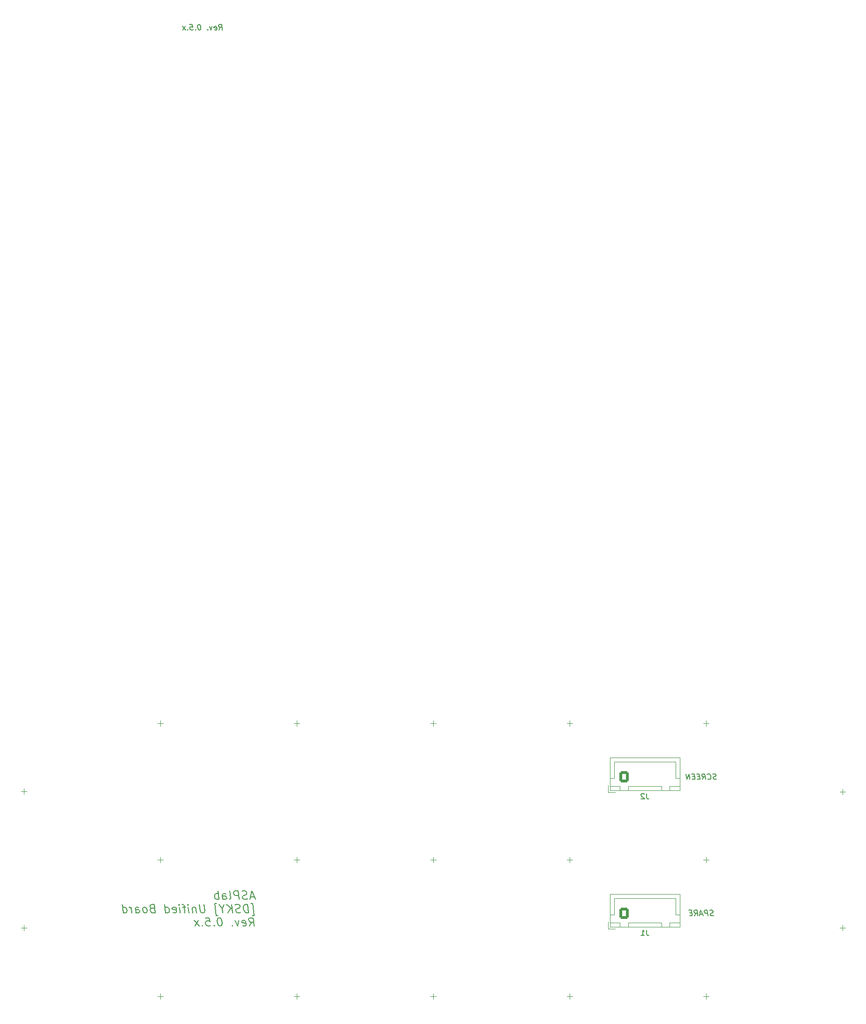
<source format=gbo>
G04 #@! TF.GenerationSoftware,KiCad,Pcbnew,8.0.2*
G04 #@! TF.CreationDate,2024-07-10T12:12:49+02:00*
G04 #@! TF.ProjectId,Single_board,53696e67-6c65-45f6-926f-6172642e6b69,0.5.x*
G04 #@! TF.SameCoordinates,Original*
G04 #@! TF.FileFunction,Legend,Bot*
G04 #@! TF.FilePolarity,Positive*
%FSLAX46Y46*%
G04 Gerber Fmt 4.6, Leading zero omitted, Abs format (unit mm)*
G04 Created by KiCad (PCBNEW 8.0.2) date 2024-07-10 12:12:49*
%MOMM*%
%LPD*%
G01*
G04 APERTURE LIST*
G04 Aperture macros list*
%AMRoundRect*
0 Rectangle with rounded corners*
0 $1 Rounding radius*
0 $2 $3 $4 $5 $6 $7 $8 $9 X,Y pos of 4 corners*
0 Add a 4 corners polygon primitive as box body*
4,1,4,$2,$3,$4,$5,$6,$7,$8,$9,$2,$3,0*
0 Add four circle primitives for the rounded corners*
1,1,$1+$1,$2,$3*
1,1,$1+$1,$4,$5*
1,1,$1+$1,$6,$7*
1,1,$1+$1,$8,$9*
0 Add four rect primitives between the rounded corners*
20,1,$1+$1,$2,$3,$4,$5,0*
20,1,$1+$1,$4,$5,$6,$7,0*
20,1,$1+$1,$6,$7,$8,$9,0*
20,1,$1+$1,$8,$9,$2,$3,0*%
G04 Aperture macros list end*
%ADD10C,0.150000*%
%ADD11C,0.200000*%
%ADD12C,0.120000*%
%ADD13C,1.905000*%
%ADD14R,1.905000X1.905000*%
%ADD15C,1.700000*%
%ADD16C,4.000000*%
%ADD17C,2.200000*%
%ADD18C,0.650000*%
%ADD19O,2.100000X1.000000*%
%ADD20O,1.800000X1.000000*%
%ADD21RoundRect,0.250000X-0.600000X-0.725000X0.600000X-0.725000X0.600000X0.725000X-0.600000X0.725000X0*%
%ADD22O,1.700000X1.950000*%
G04 APERTURE END LIST*
D10*
X167767744Y-44349819D02*
X168041554Y-43873628D01*
X168339173Y-44349819D02*
X168214173Y-43349819D01*
X168214173Y-43349819D02*
X167833220Y-43349819D01*
X167833220Y-43349819D02*
X167743935Y-43397438D01*
X167743935Y-43397438D02*
X167702268Y-43445057D01*
X167702268Y-43445057D02*
X167666554Y-43540295D01*
X167666554Y-43540295D02*
X167684411Y-43683152D01*
X167684411Y-43683152D02*
X167743935Y-43778390D01*
X167743935Y-43778390D02*
X167797506Y-43826009D01*
X167797506Y-43826009D02*
X167898696Y-43873628D01*
X167898696Y-43873628D02*
X168279649Y-43873628D01*
X166952268Y-44302200D02*
X167053458Y-44349819D01*
X167053458Y-44349819D02*
X167243935Y-44349819D01*
X167243935Y-44349819D02*
X167333220Y-44302200D01*
X167333220Y-44302200D02*
X167368935Y-44206961D01*
X167368935Y-44206961D02*
X167321316Y-43826009D01*
X167321316Y-43826009D02*
X167261792Y-43730771D01*
X167261792Y-43730771D02*
X167160601Y-43683152D01*
X167160601Y-43683152D02*
X166970125Y-43683152D01*
X166970125Y-43683152D02*
X166880839Y-43730771D01*
X166880839Y-43730771D02*
X166845125Y-43826009D01*
X166845125Y-43826009D02*
X166857030Y-43921247D01*
X166857030Y-43921247D02*
X167345125Y-44016485D01*
X166493934Y-43683152D02*
X166339173Y-44349819D01*
X166339173Y-44349819D02*
X166017744Y-43683152D01*
X165708220Y-44254580D02*
X165666553Y-44302200D01*
X165666553Y-44302200D02*
X165720125Y-44349819D01*
X165720125Y-44349819D02*
X165761791Y-44302200D01*
X165761791Y-44302200D02*
X165708220Y-44254580D01*
X165708220Y-44254580D02*
X165720125Y-44349819D01*
X164166553Y-43349819D02*
X164071315Y-43349819D01*
X164071315Y-43349819D02*
X163982030Y-43397438D01*
X163982030Y-43397438D02*
X163940363Y-43445057D01*
X163940363Y-43445057D02*
X163904649Y-43540295D01*
X163904649Y-43540295D02*
X163880839Y-43730771D01*
X163880839Y-43730771D02*
X163910601Y-43968866D01*
X163910601Y-43968866D02*
X163982030Y-44159342D01*
X163982030Y-44159342D02*
X164041553Y-44254580D01*
X164041553Y-44254580D02*
X164095125Y-44302200D01*
X164095125Y-44302200D02*
X164196315Y-44349819D01*
X164196315Y-44349819D02*
X164291553Y-44349819D01*
X164291553Y-44349819D02*
X164380839Y-44302200D01*
X164380839Y-44302200D02*
X164422506Y-44254580D01*
X164422506Y-44254580D02*
X164458220Y-44159342D01*
X164458220Y-44159342D02*
X164482030Y-43968866D01*
X164482030Y-43968866D02*
X164452268Y-43730771D01*
X164452268Y-43730771D02*
X164380839Y-43540295D01*
X164380839Y-43540295D02*
X164321315Y-43445057D01*
X164321315Y-43445057D02*
X164267744Y-43397438D01*
X164267744Y-43397438D02*
X164166553Y-43349819D01*
X163517744Y-44254580D02*
X163476077Y-44302200D01*
X163476077Y-44302200D02*
X163529649Y-44349819D01*
X163529649Y-44349819D02*
X163571315Y-44302200D01*
X163571315Y-44302200D02*
X163517744Y-44254580D01*
X163517744Y-44254580D02*
X163529649Y-44349819D01*
X162452268Y-43349819D02*
X162928459Y-43349819D01*
X162928459Y-43349819D02*
X163035602Y-43826009D01*
X163035602Y-43826009D02*
X162982030Y-43778390D01*
X162982030Y-43778390D02*
X162880840Y-43730771D01*
X162880840Y-43730771D02*
X162642744Y-43730771D01*
X162642744Y-43730771D02*
X162553459Y-43778390D01*
X162553459Y-43778390D02*
X162511792Y-43826009D01*
X162511792Y-43826009D02*
X162476078Y-43921247D01*
X162476078Y-43921247D02*
X162505840Y-44159342D01*
X162505840Y-44159342D02*
X162565363Y-44254580D01*
X162565363Y-44254580D02*
X162618935Y-44302200D01*
X162618935Y-44302200D02*
X162720125Y-44349819D01*
X162720125Y-44349819D02*
X162958221Y-44349819D01*
X162958221Y-44349819D02*
X163047506Y-44302200D01*
X163047506Y-44302200D02*
X163089173Y-44254580D01*
X162089173Y-44254580D02*
X162047506Y-44302200D01*
X162047506Y-44302200D02*
X162101078Y-44349819D01*
X162101078Y-44349819D02*
X162142744Y-44302200D01*
X162142744Y-44302200D02*
X162089173Y-44254580D01*
X162089173Y-44254580D02*
X162101078Y-44349819D01*
X161720126Y-44349819D02*
X161112983Y-43683152D01*
X161636792Y-43683152D02*
X161196316Y-44349819D01*
X174124958Y-200823225D02*
X173410673Y-200823225D01*
X174321387Y-201251796D02*
X173633887Y-199751796D01*
X173633887Y-199751796D02*
X173321387Y-201251796D01*
X172883887Y-201180368D02*
X172678530Y-201251796D01*
X172678530Y-201251796D02*
X172321387Y-201251796D01*
X172321387Y-201251796D02*
X172169602Y-201180368D01*
X172169602Y-201180368D02*
X172089244Y-201108939D01*
X172089244Y-201108939D02*
X171999959Y-200966082D01*
X171999959Y-200966082D02*
X171982102Y-200823225D01*
X171982102Y-200823225D02*
X172035673Y-200680368D01*
X172035673Y-200680368D02*
X172098173Y-200608939D01*
X172098173Y-200608939D02*
X172232102Y-200537510D01*
X172232102Y-200537510D02*
X172508887Y-200466082D01*
X172508887Y-200466082D02*
X172642816Y-200394653D01*
X172642816Y-200394653D02*
X172705316Y-200323225D01*
X172705316Y-200323225D02*
X172758887Y-200180368D01*
X172758887Y-200180368D02*
X172741030Y-200037510D01*
X172741030Y-200037510D02*
X172651744Y-199894653D01*
X172651744Y-199894653D02*
X172571387Y-199823225D01*
X172571387Y-199823225D02*
X172419602Y-199751796D01*
X172419602Y-199751796D02*
X172062459Y-199751796D01*
X172062459Y-199751796D02*
X171857102Y-199823225D01*
X171392816Y-201251796D02*
X171205316Y-199751796D01*
X171205316Y-199751796D02*
X170633888Y-199751796D01*
X170633888Y-199751796D02*
X170499959Y-199823225D01*
X170499959Y-199823225D02*
X170437459Y-199894653D01*
X170437459Y-199894653D02*
X170383888Y-200037510D01*
X170383888Y-200037510D02*
X170410673Y-200251796D01*
X170410673Y-200251796D02*
X170499959Y-200394653D01*
X170499959Y-200394653D02*
X170580316Y-200466082D01*
X170580316Y-200466082D02*
X170732102Y-200537510D01*
X170732102Y-200537510D02*
X171303531Y-200537510D01*
X169678531Y-201251796D02*
X169812459Y-201180368D01*
X169812459Y-201180368D02*
X169866031Y-201037510D01*
X169866031Y-201037510D02*
X169705316Y-199751796D01*
X168464245Y-201251796D02*
X168366031Y-200466082D01*
X168366031Y-200466082D02*
X168419602Y-200323225D01*
X168419602Y-200323225D02*
X168553531Y-200251796D01*
X168553531Y-200251796D02*
X168839245Y-200251796D01*
X168839245Y-200251796D02*
X168991031Y-200323225D01*
X168455317Y-201180368D02*
X168607102Y-201251796D01*
X168607102Y-201251796D02*
X168964245Y-201251796D01*
X168964245Y-201251796D02*
X169098174Y-201180368D01*
X169098174Y-201180368D02*
X169151745Y-201037510D01*
X169151745Y-201037510D02*
X169133888Y-200894653D01*
X169133888Y-200894653D02*
X169044602Y-200751796D01*
X169044602Y-200751796D02*
X168892817Y-200680368D01*
X168892817Y-200680368D02*
X168535674Y-200680368D01*
X168535674Y-200680368D02*
X168383888Y-200608939D01*
X167749959Y-201251796D02*
X167562459Y-199751796D01*
X167633888Y-200323225D02*
X167482102Y-200251796D01*
X167482102Y-200251796D02*
X167196388Y-200251796D01*
X167196388Y-200251796D02*
X167062459Y-200323225D01*
X167062459Y-200323225D02*
X166999959Y-200394653D01*
X166999959Y-200394653D02*
X166946388Y-200537510D01*
X166946388Y-200537510D02*
X166999959Y-200966082D01*
X166999959Y-200966082D02*
X167089245Y-201108939D01*
X167089245Y-201108939D02*
X167169602Y-201180368D01*
X167169602Y-201180368D02*
X167321388Y-201251796D01*
X167321388Y-201251796D02*
X167607102Y-201251796D01*
X167607102Y-201251796D02*
X167741031Y-201180368D01*
X173741030Y-204166712D02*
X174098173Y-204166712D01*
X174098173Y-204166712D02*
X173830316Y-202023855D01*
X173830316Y-202023855D02*
X173473173Y-202023855D01*
X173107101Y-203666712D02*
X172919601Y-202166712D01*
X172919601Y-202166712D02*
X172562458Y-202166712D01*
X172562458Y-202166712D02*
X172357101Y-202238141D01*
X172357101Y-202238141D02*
X172232101Y-202380998D01*
X172232101Y-202380998D02*
X172178530Y-202523855D01*
X172178530Y-202523855D02*
X172142816Y-202809569D01*
X172142816Y-202809569D02*
X172169601Y-203023855D01*
X172169601Y-203023855D02*
X172276744Y-203309569D01*
X172276744Y-203309569D02*
X172366030Y-203452426D01*
X172366030Y-203452426D02*
X172526744Y-203595284D01*
X172526744Y-203595284D02*
X172749958Y-203666712D01*
X172749958Y-203666712D02*
X173107101Y-203666712D01*
X171669601Y-203595284D02*
X171464244Y-203666712D01*
X171464244Y-203666712D02*
X171107101Y-203666712D01*
X171107101Y-203666712D02*
X170955316Y-203595284D01*
X170955316Y-203595284D02*
X170874958Y-203523855D01*
X170874958Y-203523855D02*
X170785673Y-203380998D01*
X170785673Y-203380998D02*
X170767816Y-203238141D01*
X170767816Y-203238141D02*
X170821387Y-203095284D01*
X170821387Y-203095284D02*
X170883887Y-203023855D01*
X170883887Y-203023855D02*
X171017816Y-202952426D01*
X171017816Y-202952426D02*
X171294601Y-202880998D01*
X171294601Y-202880998D02*
X171428530Y-202809569D01*
X171428530Y-202809569D02*
X171491030Y-202738141D01*
X171491030Y-202738141D02*
X171544601Y-202595284D01*
X171544601Y-202595284D02*
X171526744Y-202452426D01*
X171526744Y-202452426D02*
X171437458Y-202309569D01*
X171437458Y-202309569D02*
X171357101Y-202238141D01*
X171357101Y-202238141D02*
X171205316Y-202166712D01*
X171205316Y-202166712D02*
X170848173Y-202166712D01*
X170848173Y-202166712D02*
X170642816Y-202238141D01*
X170178530Y-203666712D02*
X169991030Y-202166712D01*
X169321387Y-203666712D02*
X169857102Y-202809569D01*
X169133887Y-202166712D02*
X170098173Y-203023855D01*
X168303530Y-202952426D02*
X168392816Y-203666712D01*
X168705316Y-202166712D02*
X168303530Y-202952426D01*
X168303530Y-202952426D02*
X167705316Y-202166712D01*
X167598173Y-204166712D02*
X167241031Y-204166712D01*
X167241031Y-204166712D02*
X166973173Y-202023855D01*
X166973173Y-202023855D02*
X167330316Y-202023855D01*
X165062459Y-202166712D02*
X165214245Y-203380998D01*
X165214245Y-203380998D02*
X165160674Y-203523855D01*
X165160674Y-203523855D02*
X165098174Y-203595284D01*
X165098174Y-203595284D02*
X164964245Y-203666712D01*
X164964245Y-203666712D02*
X164678531Y-203666712D01*
X164678531Y-203666712D02*
X164526745Y-203595284D01*
X164526745Y-203595284D02*
X164446388Y-203523855D01*
X164446388Y-203523855D02*
X164357102Y-203380998D01*
X164357102Y-203380998D02*
X164205316Y-202166712D01*
X163553530Y-202666712D02*
X163678530Y-203666712D01*
X163571387Y-202809569D02*
X163491030Y-202738141D01*
X163491030Y-202738141D02*
X163339245Y-202666712D01*
X163339245Y-202666712D02*
X163124959Y-202666712D01*
X163124959Y-202666712D02*
X162991030Y-202738141D01*
X162991030Y-202738141D02*
X162937459Y-202880998D01*
X162937459Y-202880998D02*
X163035673Y-203666712D01*
X162321387Y-203666712D02*
X162196387Y-202666712D01*
X162133887Y-202166712D02*
X162214244Y-202238141D01*
X162214244Y-202238141D02*
X162151744Y-202309569D01*
X162151744Y-202309569D02*
X162071387Y-202238141D01*
X162071387Y-202238141D02*
X162133887Y-202166712D01*
X162133887Y-202166712D02*
X162151744Y-202309569D01*
X161696387Y-202666712D02*
X161124958Y-202666712D01*
X161607101Y-203666712D02*
X161446387Y-202380998D01*
X161446387Y-202380998D02*
X161357101Y-202238141D01*
X161357101Y-202238141D02*
X161205316Y-202166712D01*
X161205316Y-202166712D02*
X161062458Y-202166712D01*
X160749958Y-203666712D02*
X160624958Y-202666712D01*
X160562458Y-202166712D02*
X160642815Y-202238141D01*
X160642815Y-202238141D02*
X160580315Y-202309569D01*
X160580315Y-202309569D02*
X160499958Y-202238141D01*
X160499958Y-202238141D02*
X160562458Y-202166712D01*
X160562458Y-202166712D02*
X160580315Y-202309569D01*
X159455315Y-203595284D02*
X159607101Y-203666712D01*
X159607101Y-203666712D02*
X159892815Y-203666712D01*
X159892815Y-203666712D02*
X160026744Y-203595284D01*
X160026744Y-203595284D02*
X160080315Y-203452426D01*
X160080315Y-203452426D02*
X160008887Y-202880998D01*
X160008887Y-202880998D02*
X159919601Y-202738141D01*
X159919601Y-202738141D02*
X159767815Y-202666712D01*
X159767815Y-202666712D02*
X159482101Y-202666712D01*
X159482101Y-202666712D02*
X159348172Y-202738141D01*
X159348172Y-202738141D02*
X159294601Y-202880998D01*
X159294601Y-202880998D02*
X159312458Y-203023855D01*
X159312458Y-203023855D02*
X160044601Y-203166712D01*
X158107101Y-203666712D02*
X157919601Y-202166712D01*
X158098173Y-203595284D02*
X158249958Y-203666712D01*
X158249958Y-203666712D02*
X158535673Y-203666712D01*
X158535673Y-203666712D02*
X158669601Y-203595284D01*
X158669601Y-203595284D02*
X158732101Y-203523855D01*
X158732101Y-203523855D02*
X158785673Y-203380998D01*
X158785673Y-203380998D02*
X158732101Y-202952426D01*
X158732101Y-202952426D02*
X158642815Y-202809569D01*
X158642815Y-202809569D02*
X158562458Y-202738141D01*
X158562458Y-202738141D02*
X158410673Y-202666712D01*
X158410673Y-202666712D02*
X158124958Y-202666712D01*
X158124958Y-202666712D02*
X157991030Y-202738141D01*
X155651744Y-202880998D02*
X155446387Y-202952426D01*
X155446387Y-202952426D02*
X155383887Y-203023855D01*
X155383887Y-203023855D02*
X155330315Y-203166712D01*
X155330315Y-203166712D02*
X155357101Y-203380998D01*
X155357101Y-203380998D02*
X155446387Y-203523855D01*
X155446387Y-203523855D02*
X155526744Y-203595284D01*
X155526744Y-203595284D02*
X155678530Y-203666712D01*
X155678530Y-203666712D02*
X156249958Y-203666712D01*
X156249958Y-203666712D02*
X156062458Y-202166712D01*
X156062458Y-202166712D02*
X155562458Y-202166712D01*
X155562458Y-202166712D02*
X155428530Y-202238141D01*
X155428530Y-202238141D02*
X155366030Y-202309569D01*
X155366030Y-202309569D02*
X155312458Y-202452426D01*
X155312458Y-202452426D02*
X155330315Y-202595284D01*
X155330315Y-202595284D02*
X155419601Y-202738141D01*
X155419601Y-202738141D02*
X155499958Y-202809569D01*
X155499958Y-202809569D02*
X155651744Y-202880998D01*
X155651744Y-202880998D02*
X156151744Y-202880998D01*
X154535673Y-203666712D02*
X154669601Y-203595284D01*
X154669601Y-203595284D02*
X154732101Y-203523855D01*
X154732101Y-203523855D02*
X154785673Y-203380998D01*
X154785673Y-203380998D02*
X154732101Y-202952426D01*
X154732101Y-202952426D02*
X154642815Y-202809569D01*
X154642815Y-202809569D02*
X154562458Y-202738141D01*
X154562458Y-202738141D02*
X154410673Y-202666712D01*
X154410673Y-202666712D02*
X154196387Y-202666712D01*
X154196387Y-202666712D02*
X154062458Y-202738141D01*
X154062458Y-202738141D02*
X153999958Y-202809569D01*
X153999958Y-202809569D02*
X153946387Y-202952426D01*
X153946387Y-202952426D02*
X153999958Y-203380998D01*
X153999958Y-203380998D02*
X154089244Y-203523855D01*
X154089244Y-203523855D02*
X154169601Y-203595284D01*
X154169601Y-203595284D02*
X154321387Y-203666712D01*
X154321387Y-203666712D02*
X154535673Y-203666712D01*
X152749958Y-203666712D02*
X152651744Y-202880998D01*
X152651744Y-202880998D02*
X152705315Y-202738141D01*
X152705315Y-202738141D02*
X152839244Y-202666712D01*
X152839244Y-202666712D02*
X153124958Y-202666712D01*
X153124958Y-202666712D02*
X153276744Y-202738141D01*
X152741030Y-203595284D02*
X152892815Y-203666712D01*
X152892815Y-203666712D02*
X153249958Y-203666712D01*
X153249958Y-203666712D02*
X153383887Y-203595284D01*
X153383887Y-203595284D02*
X153437458Y-203452426D01*
X153437458Y-203452426D02*
X153419601Y-203309569D01*
X153419601Y-203309569D02*
X153330315Y-203166712D01*
X153330315Y-203166712D02*
X153178530Y-203095284D01*
X153178530Y-203095284D02*
X152821387Y-203095284D01*
X152821387Y-203095284D02*
X152669601Y-203023855D01*
X152035672Y-203666712D02*
X151910672Y-202666712D01*
X151946387Y-202952426D02*
X151857101Y-202809569D01*
X151857101Y-202809569D02*
X151776744Y-202738141D01*
X151776744Y-202738141D02*
X151624958Y-202666712D01*
X151624958Y-202666712D02*
X151482101Y-202666712D01*
X150464244Y-203666712D02*
X150276744Y-202166712D01*
X150455316Y-203595284D02*
X150607101Y-203666712D01*
X150607101Y-203666712D02*
X150892816Y-203666712D01*
X150892816Y-203666712D02*
X151026744Y-203595284D01*
X151026744Y-203595284D02*
X151089244Y-203523855D01*
X151089244Y-203523855D02*
X151142816Y-203380998D01*
X151142816Y-203380998D02*
X151089244Y-202952426D01*
X151089244Y-202952426D02*
X150999958Y-202809569D01*
X150999958Y-202809569D02*
X150919601Y-202738141D01*
X150919601Y-202738141D02*
X150767816Y-202666712D01*
X150767816Y-202666712D02*
X150482101Y-202666712D01*
X150482101Y-202666712D02*
X150348173Y-202738141D01*
X173249958Y-206081628D02*
X173660673Y-205367342D01*
X174107101Y-206081628D02*
X173919601Y-204581628D01*
X173919601Y-204581628D02*
X173348173Y-204581628D01*
X173348173Y-204581628D02*
X173214244Y-204653057D01*
X173214244Y-204653057D02*
X173151744Y-204724485D01*
X173151744Y-204724485D02*
X173098173Y-204867342D01*
X173098173Y-204867342D02*
X173124958Y-205081628D01*
X173124958Y-205081628D02*
X173214244Y-205224485D01*
X173214244Y-205224485D02*
X173294601Y-205295914D01*
X173294601Y-205295914D02*
X173446387Y-205367342D01*
X173446387Y-205367342D02*
X174017816Y-205367342D01*
X172026744Y-206010200D02*
X172178530Y-206081628D01*
X172178530Y-206081628D02*
X172464244Y-206081628D01*
X172464244Y-206081628D02*
X172598173Y-206010200D01*
X172598173Y-206010200D02*
X172651744Y-205867342D01*
X172651744Y-205867342D02*
X172580316Y-205295914D01*
X172580316Y-205295914D02*
X172491030Y-205153057D01*
X172491030Y-205153057D02*
X172339244Y-205081628D01*
X172339244Y-205081628D02*
X172053530Y-205081628D01*
X172053530Y-205081628D02*
X171919601Y-205153057D01*
X171919601Y-205153057D02*
X171866030Y-205295914D01*
X171866030Y-205295914D02*
X171883887Y-205438771D01*
X171883887Y-205438771D02*
X172616030Y-205581628D01*
X171339244Y-205081628D02*
X171107102Y-206081628D01*
X171107102Y-206081628D02*
X170624959Y-205081628D01*
X170160673Y-205938771D02*
X170098173Y-206010200D01*
X170098173Y-206010200D02*
X170178530Y-206081628D01*
X170178530Y-206081628D02*
X170241030Y-206010200D01*
X170241030Y-206010200D02*
X170160673Y-205938771D01*
X170160673Y-205938771D02*
X170178530Y-206081628D01*
X167848173Y-204581628D02*
X167705316Y-204581628D01*
X167705316Y-204581628D02*
X167571387Y-204653057D01*
X167571387Y-204653057D02*
X167508887Y-204724485D01*
X167508887Y-204724485D02*
X167455316Y-204867342D01*
X167455316Y-204867342D02*
X167419602Y-205153057D01*
X167419602Y-205153057D02*
X167464244Y-205510200D01*
X167464244Y-205510200D02*
X167571387Y-205795914D01*
X167571387Y-205795914D02*
X167660673Y-205938771D01*
X167660673Y-205938771D02*
X167741030Y-206010200D01*
X167741030Y-206010200D02*
X167892816Y-206081628D01*
X167892816Y-206081628D02*
X168035673Y-206081628D01*
X168035673Y-206081628D02*
X168169602Y-206010200D01*
X168169602Y-206010200D02*
X168232102Y-205938771D01*
X168232102Y-205938771D02*
X168285673Y-205795914D01*
X168285673Y-205795914D02*
X168321387Y-205510200D01*
X168321387Y-205510200D02*
X168276744Y-205153057D01*
X168276744Y-205153057D02*
X168169602Y-204867342D01*
X168169602Y-204867342D02*
X168080316Y-204724485D01*
X168080316Y-204724485D02*
X167999959Y-204653057D01*
X167999959Y-204653057D02*
X167848173Y-204581628D01*
X166874959Y-205938771D02*
X166812459Y-206010200D01*
X166812459Y-206010200D02*
X166892816Y-206081628D01*
X166892816Y-206081628D02*
X166955316Y-206010200D01*
X166955316Y-206010200D02*
X166874959Y-205938771D01*
X166874959Y-205938771D02*
X166892816Y-206081628D01*
X165276745Y-204581628D02*
X165991030Y-204581628D01*
X165991030Y-204581628D02*
X166151745Y-205295914D01*
X166151745Y-205295914D02*
X166071387Y-205224485D01*
X166071387Y-205224485D02*
X165919602Y-205153057D01*
X165919602Y-205153057D02*
X165562459Y-205153057D01*
X165562459Y-205153057D02*
X165428530Y-205224485D01*
X165428530Y-205224485D02*
X165366030Y-205295914D01*
X165366030Y-205295914D02*
X165312459Y-205438771D01*
X165312459Y-205438771D02*
X165357102Y-205795914D01*
X165357102Y-205795914D02*
X165446387Y-205938771D01*
X165446387Y-205938771D02*
X165526745Y-206010200D01*
X165526745Y-206010200D02*
X165678530Y-206081628D01*
X165678530Y-206081628D02*
X166035673Y-206081628D01*
X166035673Y-206081628D02*
X166169602Y-206010200D01*
X166169602Y-206010200D02*
X166232102Y-205938771D01*
X164732102Y-205938771D02*
X164669602Y-206010200D01*
X164669602Y-206010200D02*
X164749959Y-206081628D01*
X164749959Y-206081628D02*
X164812459Y-206010200D01*
X164812459Y-206010200D02*
X164732102Y-205938771D01*
X164732102Y-205938771D02*
X164749959Y-206081628D01*
X164178530Y-206081628D02*
X163267816Y-205081628D01*
X164053530Y-205081628D02*
X163392816Y-206081628D01*
X244974333Y-182152819D02*
X244974333Y-182867104D01*
X244974333Y-182867104D02*
X245021952Y-183009961D01*
X245021952Y-183009961D02*
X245117190Y-183105200D01*
X245117190Y-183105200D02*
X245260047Y-183152819D01*
X245260047Y-183152819D02*
X245355285Y-183152819D01*
X244545761Y-182248057D02*
X244498142Y-182200438D01*
X244498142Y-182200438D02*
X244402904Y-182152819D01*
X244402904Y-182152819D02*
X244164809Y-182152819D01*
X244164809Y-182152819D02*
X244069571Y-182200438D01*
X244069571Y-182200438D02*
X244021952Y-182248057D01*
X244021952Y-182248057D02*
X243974333Y-182343295D01*
X243974333Y-182343295D02*
X243974333Y-182438533D01*
X243974333Y-182438533D02*
X244021952Y-182581390D01*
X244021952Y-182581390D02*
X244593380Y-183152819D01*
X244593380Y-183152819D02*
X243974333Y-183152819D01*
D11*
X257591485Y-179552600D02*
X257454581Y-179600219D01*
X257454581Y-179600219D02*
X257216485Y-179600219D01*
X257216485Y-179600219D02*
X257115295Y-179552600D01*
X257115295Y-179552600D02*
X257061723Y-179504980D01*
X257061723Y-179504980D02*
X257002200Y-179409742D01*
X257002200Y-179409742D02*
X256990295Y-179314504D01*
X256990295Y-179314504D02*
X257026009Y-179219266D01*
X257026009Y-179219266D02*
X257067676Y-179171647D01*
X257067676Y-179171647D02*
X257156962Y-179124028D01*
X257156962Y-179124028D02*
X257341485Y-179076409D01*
X257341485Y-179076409D02*
X257430771Y-179028790D01*
X257430771Y-179028790D02*
X257472438Y-178981171D01*
X257472438Y-178981171D02*
X257508152Y-178885933D01*
X257508152Y-178885933D02*
X257496247Y-178790695D01*
X257496247Y-178790695D02*
X257436723Y-178695457D01*
X257436723Y-178695457D02*
X257383152Y-178647838D01*
X257383152Y-178647838D02*
X257281962Y-178600219D01*
X257281962Y-178600219D02*
X257043866Y-178600219D01*
X257043866Y-178600219D02*
X256906962Y-178647838D01*
X256014104Y-179504980D02*
X256067676Y-179552600D01*
X256067676Y-179552600D02*
X256216485Y-179600219D01*
X256216485Y-179600219D02*
X256311723Y-179600219D01*
X256311723Y-179600219D02*
X256448628Y-179552600D01*
X256448628Y-179552600D02*
X256531961Y-179457361D01*
X256531961Y-179457361D02*
X256567676Y-179362123D01*
X256567676Y-179362123D02*
X256591485Y-179171647D01*
X256591485Y-179171647D02*
X256573628Y-179028790D01*
X256573628Y-179028790D02*
X256502200Y-178838314D01*
X256502200Y-178838314D02*
X256442676Y-178743076D01*
X256442676Y-178743076D02*
X256335533Y-178647838D01*
X256335533Y-178647838D02*
X256186723Y-178600219D01*
X256186723Y-178600219D02*
X256091485Y-178600219D01*
X256091485Y-178600219D02*
X255954581Y-178647838D01*
X255954581Y-178647838D02*
X255912914Y-178695457D01*
X255026009Y-179600219D02*
X255299819Y-179124028D01*
X255597438Y-179600219D02*
X255472438Y-178600219D01*
X255472438Y-178600219D02*
X255091485Y-178600219D01*
X255091485Y-178600219D02*
X255002200Y-178647838D01*
X255002200Y-178647838D02*
X254960533Y-178695457D01*
X254960533Y-178695457D02*
X254924819Y-178790695D01*
X254924819Y-178790695D02*
X254942676Y-178933552D01*
X254942676Y-178933552D02*
X255002200Y-179028790D01*
X255002200Y-179028790D02*
X255055771Y-179076409D01*
X255055771Y-179076409D02*
X255156961Y-179124028D01*
X255156961Y-179124028D02*
X255537914Y-179124028D01*
X254531961Y-179076409D02*
X254198628Y-179076409D01*
X254121247Y-179600219D02*
X254597438Y-179600219D01*
X254597438Y-179600219D02*
X254472438Y-178600219D01*
X254472438Y-178600219D02*
X253996247Y-178600219D01*
X253627199Y-179076409D02*
X253293866Y-179076409D01*
X253216485Y-179600219D02*
X253692676Y-179600219D01*
X253692676Y-179600219D02*
X253567676Y-178600219D01*
X253567676Y-178600219D02*
X253091485Y-178600219D01*
X252787914Y-179600219D02*
X252662914Y-178600219D01*
X252662914Y-178600219D02*
X252216485Y-179600219D01*
X252216485Y-179600219D02*
X252091485Y-178600219D01*
D10*
X244974333Y-206790819D02*
X244974333Y-207505104D01*
X244974333Y-207505104D02*
X245021952Y-207647961D01*
X245021952Y-207647961D02*
X245117190Y-207743200D01*
X245117190Y-207743200D02*
X245260047Y-207790819D01*
X245260047Y-207790819D02*
X245355285Y-207790819D01*
X243974333Y-207790819D02*
X244545761Y-207790819D01*
X244260047Y-207790819D02*
X244260047Y-206790819D01*
X244260047Y-206790819D02*
X244355285Y-206933676D01*
X244355285Y-206933676D02*
X244450523Y-207028914D01*
X244450523Y-207028914D02*
X244545761Y-207076533D01*
D11*
X257043866Y-204173600D02*
X256906962Y-204221219D01*
X256906962Y-204221219D02*
X256668866Y-204221219D01*
X256668866Y-204221219D02*
X256567676Y-204173600D01*
X256567676Y-204173600D02*
X256514104Y-204125980D01*
X256514104Y-204125980D02*
X256454581Y-204030742D01*
X256454581Y-204030742D02*
X256442676Y-203935504D01*
X256442676Y-203935504D02*
X256478390Y-203840266D01*
X256478390Y-203840266D02*
X256520057Y-203792647D01*
X256520057Y-203792647D02*
X256609343Y-203745028D01*
X256609343Y-203745028D02*
X256793866Y-203697409D01*
X256793866Y-203697409D02*
X256883152Y-203649790D01*
X256883152Y-203649790D02*
X256924819Y-203602171D01*
X256924819Y-203602171D02*
X256960533Y-203506933D01*
X256960533Y-203506933D02*
X256948628Y-203411695D01*
X256948628Y-203411695D02*
X256889104Y-203316457D01*
X256889104Y-203316457D02*
X256835533Y-203268838D01*
X256835533Y-203268838D02*
X256734343Y-203221219D01*
X256734343Y-203221219D02*
X256496247Y-203221219D01*
X256496247Y-203221219D02*
X256359343Y-203268838D01*
X256049819Y-204221219D02*
X255924819Y-203221219D01*
X255924819Y-203221219D02*
X255543866Y-203221219D01*
X255543866Y-203221219D02*
X255454581Y-203268838D01*
X255454581Y-203268838D02*
X255412914Y-203316457D01*
X255412914Y-203316457D02*
X255377200Y-203411695D01*
X255377200Y-203411695D02*
X255395057Y-203554552D01*
X255395057Y-203554552D02*
X255454581Y-203649790D01*
X255454581Y-203649790D02*
X255508152Y-203697409D01*
X255508152Y-203697409D02*
X255609342Y-203745028D01*
X255609342Y-203745028D02*
X255990295Y-203745028D01*
X255061723Y-203935504D02*
X254585533Y-203935504D01*
X255192676Y-204221219D02*
X254734342Y-203221219D01*
X254734342Y-203221219D02*
X254526009Y-204221219D01*
X253621247Y-204221219D02*
X253895057Y-203745028D01*
X254192676Y-204221219D02*
X254067676Y-203221219D01*
X254067676Y-203221219D02*
X253686723Y-203221219D01*
X253686723Y-203221219D02*
X253597438Y-203268838D01*
X253597438Y-203268838D02*
X253555771Y-203316457D01*
X253555771Y-203316457D02*
X253520057Y-203411695D01*
X253520057Y-203411695D02*
X253537914Y-203554552D01*
X253537914Y-203554552D02*
X253597438Y-203649790D01*
X253597438Y-203649790D02*
X253651009Y-203697409D01*
X253651009Y-203697409D02*
X253752199Y-203745028D01*
X253752199Y-203745028D02*
X254133152Y-203745028D01*
X253127199Y-203697409D02*
X252793866Y-203697409D01*
X252716485Y-204221219D02*
X253192676Y-204221219D01*
X253192676Y-204221219D02*
X253067676Y-203221219D01*
X253067676Y-203221219D02*
X252591485Y-203221219D01*
D12*
X156630000Y-169508700D02*
X157646000Y-169508700D01*
X157138000Y-170016700D02*
X157138000Y-169000700D01*
X279820000Y-181827700D02*
X280836000Y-181827700D01*
X280328000Y-182335700D02*
X280328000Y-181319700D01*
X230544000Y-194117000D02*
X231560000Y-194117000D01*
X231052000Y-194625000D02*
X231052000Y-193609000D01*
X205906000Y-169479000D02*
X206922000Y-169479000D01*
X206414000Y-169987000D02*
X206414000Y-168971000D01*
X255182000Y-218784700D02*
X256198000Y-218784700D01*
X255690000Y-219292700D02*
X255690000Y-218276700D01*
X181268000Y-169479000D02*
X182284000Y-169479000D01*
X181776000Y-169987000D02*
X181776000Y-168971000D01*
X181268000Y-194117000D02*
X182284000Y-194117000D01*
X181776000Y-194625000D02*
X181776000Y-193609000D01*
X255182000Y-169508700D02*
X256198000Y-169508700D01*
X255690000Y-170016700D02*
X255690000Y-169000700D01*
X205906000Y-218755000D02*
X206922000Y-218755000D01*
X206414000Y-219263000D02*
X206414000Y-218247000D01*
X131992000Y-206436000D02*
X133008000Y-206436000D01*
X132500000Y-206944000D02*
X132500000Y-205928000D01*
X279820000Y-206436000D02*
X280836000Y-206436000D01*
X280328000Y-206944000D02*
X280328000Y-205928000D01*
X230544000Y-218784700D02*
X231560000Y-218784700D01*
X231052000Y-219292700D02*
X231052000Y-218276700D01*
X255182000Y-194146700D02*
X256198000Y-194146700D01*
X255690000Y-194654700D02*
X255690000Y-193638700D01*
X230544000Y-169479000D02*
X231560000Y-169479000D01*
X231052000Y-169987000D02*
X231052000Y-168971000D01*
X156630000Y-194117000D02*
X157646000Y-194117000D01*
X157138000Y-194625000D02*
X157138000Y-193609000D01*
X181268000Y-218784700D02*
X182284000Y-218784700D01*
X181776000Y-219292700D02*
X181776000Y-218276700D01*
X205906000Y-194117000D02*
X206922000Y-194117000D01*
X206414000Y-194625000D02*
X206414000Y-193609000D01*
X156630000Y-218755000D02*
X157646000Y-218755000D01*
X157138000Y-219263000D02*
X157138000Y-218247000D01*
X131992000Y-181798000D02*
X133008000Y-181798000D01*
X132500000Y-182306000D02*
X132500000Y-181290000D01*
X238041000Y-181898000D02*
X238041000Y-180648000D01*
X238331000Y-175638000D02*
X250951000Y-175638000D01*
X238331000Y-181608000D02*
X238331000Y-175638000D01*
X238341000Y-179348000D02*
X239091000Y-179348000D01*
X238341000Y-180848000D02*
X240141000Y-180848000D01*
X238341000Y-181598000D02*
X238341000Y-180848000D01*
X239091000Y-176398000D02*
X244641000Y-176398000D01*
X239091000Y-179348000D02*
X239091000Y-176398000D01*
X239291000Y-181898000D02*
X238041000Y-181898000D01*
X240141000Y-180848000D02*
X240141000Y-181598000D01*
X240141000Y-181598000D02*
X238341000Y-181598000D01*
X241641000Y-180848000D02*
X247641000Y-180848000D01*
X241641000Y-181598000D02*
X241641000Y-180848000D01*
X247641000Y-180848000D02*
X247641000Y-181598000D01*
X247641000Y-181598000D02*
X241641000Y-181598000D01*
X249141000Y-180848000D02*
X250941000Y-180848000D01*
X249141000Y-181598000D02*
X249141000Y-180848000D01*
X250191000Y-176398000D02*
X244641000Y-176398000D01*
X250191000Y-179348000D02*
X250191000Y-176398000D01*
X250941000Y-179348000D02*
X250191000Y-179348000D01*
X250941000Y-180848000D02*
X250941000Y-181598000D01*
X250941000Y-181598000D02*
X249141000Y-181598000D01*
X250951000Y-175638000D02*
X250951000Y-181608000D01*
X250951000Y-181608000D02*
X238331000Y-181608000D01*
X238041000Y-206536000D02*
X238041000Y-205286000D01*
X238331000Y-200276000D02*
X250951000Y-200276000D01*
X238331000Y-206246000D02*
X238331000Y-200276000D01*
X238341000Y-203986000D02*
X239091000Y-203986000D01*
X238341000Y-205486000D02*
X240141000Y-205486000D01*
X238341000Y-206236000D02*
X238341000Y-205486000D01*
X239091000Y-201036000D02*
X244641000Y-201036000D01*
X239091000Y-203986000D02*
X239091000Y-201036000D01*
X239291000Y-206536000D02*
X238041000Y-206536000D01*
X240141000Y-205486000D02*
X240141000Y-206236000D01*
X240141000Y-206236000D02*
X238341000Y-206236000D01*
X241641000Y-205486000D02*
X247641000Y-205486000D01*
X241641000Y-206236000D02*
X241641000Y-205486000D01*
X247641000Y-205486000D02*
X247641000Y-206236000D01*
X247641000Y-206236000D02*
X241641000Y-206236000D01*
X249141000Y-205486000D02*
X250941000Y-205486000D01*
X249141000Y-206236000D02*
X249141000Y-205486000D01*
X250191000Y-201036000D02*
X244641000Y-201036000D01*
X250191000Y-203986000D02*
X250191000Y-201036000D01*
X250941000Y-203986000D02*
X250191000Y-203986000D01*
X250941000Y-205486000D02*
X250941000Y-206236000D01*
X250941000Y-206236000D02*
X249141000Y-206236000D01*
X250951000Y-200276000D02*
X250951000Y-206246000D01*
X250951000Y-206246000D02*
X238331000Y-206246000D01*
%LPC*%
D13*
X159678000Y-171413700D03*
D14*
X157138000Y-171413700D03*
D13*
X282868000Y-183732700D03*
D14*
X280328000Y-183732700D03*
D15*
X227242000Y-190942000D03*
D16*
X232322000Y-190942000D03*
D15*
X237402000Y-190942000D03*
D17*
X234862000Y-185862000D03*
X228512000Y-188402000D03*
D15*
X128690000Y-203261000D03*
D16*
X133770000Y-203261000D03*
D15*
X138850000Y-203261000D03*
D17*
X136310000Y-198181000D03*
X129960000Y-200721000D03*
D13*
X233592000Y-196022000D03*
D14*
X231052000Y-196022000D03*
D15*
X128690000Y-178623000D03*
D16*
X133770000Y-178623000D03*
D15*
X138850000Y-178623000D03*
D17*
X136310000Y-173543000D03*
X129960000Y-176083000D03*
D15*
X202604000Y-166304000D03*
D16*
X207684000Y-166304000D03*
D15*
X212764000Y-166304000D03*
D17*
X210224000Y-161224000D03*
X203874000Y-163764000D03*
D13*
X208954000Y-171384000D03*
D14*
X206414000Y-171384000D03*
D15*
X153328000Y-190942000D03*
D16*
X158408000Y-190942000D03*
D15*
X163488000Y-190942000D03*
D17*
X160948000Y-185862000D03*
X154598000Y-188402000D03*
D13*
X258230000Y-220689700D03*
D14*
X255690000Y-220689700D03*
D13*
X184316000Y-171384000D03*
D14*
X181776000Y-171384000D03*
D13*
X184316000Y-196022000D03*
D14*
X181776000Y-196022000D03*
D13*
X258230000Y-171413700D03*
D14*
X255690000Y-171413700D03*
D15*
X251880000Y-190942000D03*
D16*
X256960000Y-190942000D03*
D15*
X262040000Y-190942000D03*
D17*
X259500000Y-185862000D03*
X253150000Y-188402000D03*
D15*
X177966000Y-190942000D03*
D16*
X183046000Y-190942000D03*
D15*
X188126000Y-190942000D03*
D17*
X185586000Y-185862000D03*
X179236000Y-188402000D03*
D15*
X251880000Y-166304000D03*
D16*
X256960000Y-166304000D03*
D15*
X262040000Y-166304000D03*
D17*
X259500000Y-161224000D03*
X253150000Y-163764000D03*
D13*
X208954000Y-220660000D03*
D14*
X206414000Y-220660000D03*
D15*
X251880000Y-215580000D03*
D16*
X256960000Y-215580000D03*
D15*
X262040000Y-215580000D03*
D17*
X259500000Y-210500000D03*
X253150000Y-213040000D03*
D15*
X202604000Y-190942000D03*
D16*
X207684000Y-190942000D03*
D15*
X212764000Y-190942000D03*
D17*
X210224000Y-185862000D03*
X203874000Y-188402000D03*
D13*
X135040000Y-208341000D03*
D14*
X132500000Y-208341000D03*
D15*
X227242000Y-166304000D03*
D16*
X232322000Y-166304000D03*
D15*
X237402000Y-166304000D03*
D17*
X234862000Y-161224000D03*
X228512000Y-163764000D03*
D13*
X282868000Y-208341000D03*
D14*
X280328000Y-208341000D03*
D15*
X202604000Y-215580000D03*
D16*
X207684000Y-215580000D03*
D15*
X212764000Y-215580000D03*
D17*
X210224000Y-210500000D03*
X203874000Y-213040000D03*
D15*
X177966000Y-166304000D03*
D16*
X183046000Y-166304000D03*
D15*
X188126000Y-166304000D03*
D17*
X185586000Y-161224000D03*
X179236000Y-163764000D03*
D13*
X233592000Y-220689700D03*
D14*
X231052000Y-220689700D03*
D13*
X258230000Y-196051700D03*
D14*
X255690000Y-196051700D03*
D13*
X233592000Y-171384000D03*
D14*
X231052000Y-171384000D03*
D13*
X159678000Y-196022000D03*
D14*
X157138000Y-196022000D03*
D13*
X184316000Y-220689700D03*
D14*
X181776000Y-220689700D03*
D18*
X189774600Y-152089600D03*
X189774600Y-146309600D03*
D19*
X189254600Y-153519600D03*
D20*
X193454600Y-153519600D03*
D19*
X189254600Y-144879600D03*
D20*
X193454600Y-144879600D03*
D15*
X177966000Y-215580000D03*
D16*
X183046000Y-215580000D03*
D15*
X188126000Y-215580000D03*
D17*
X185586000Y-210500000D03*
X179236000Y-213040000D03*
D15*
X276518000Y-203261000D03*
D16*
X281598000Y-203261000D03*
D15*
X286678000Y-203261000D03*
D17*
X284138000Y-198181000D03*
X277788000Y-200721000D03*
D15*
X153328000Y-166304000D03*
D16*
X158408000Y-166304000D03*
D15*
X163488000Y-166304000D03*
D17*
X160948000Y-161224000D03*
X154598000Y-163764000D03*
D13*
X208954000Y-196022000D03*
D14*
X206414000Y-196022000D03*
D15*
X153328000Y-215580000D03*
D16*
X158408000Y-215580000D03*
D15*
X163488000Y-215580000D03*
D17*
X160948000Y-210500000D03*
X154598000Y-213040000D03*
D13*
X159678000Y-220660000D03*
D14*
X157138000Y-220660000D03*
D13*
X135040000Y-183703000D03*
D14*
X132500000Y-183703000D03*
D15*
X276518000Y-178623000D03*
D16*
X281598000Y-178623000D03*
D15*
X286678000Y-178623000D03*
D17*
X284138000Y-173543000D03*
X277788000Y-176083000D03*
D15*
X227242000Y-215580000D03*
D16*
X232322000Y-215580000D03*
D15*
X237402000Y-215580000D03*
D17*
X234862000Y-210500000D03*
X228512000Y-213040000D03*
D21*
X240891000Y-179148000D03*
D22*
X243391000Y-179148000D03*
X245891000Y-179148000D03*
X248391000Y-179148000D03*
D21*
X240891000Y-203786000D03*
D22*
X243391000Y-203786000D03*
X245891000Y-203786000D03*
X248391000Y-203786000D03*
%LPD*%
M02*

</source>
